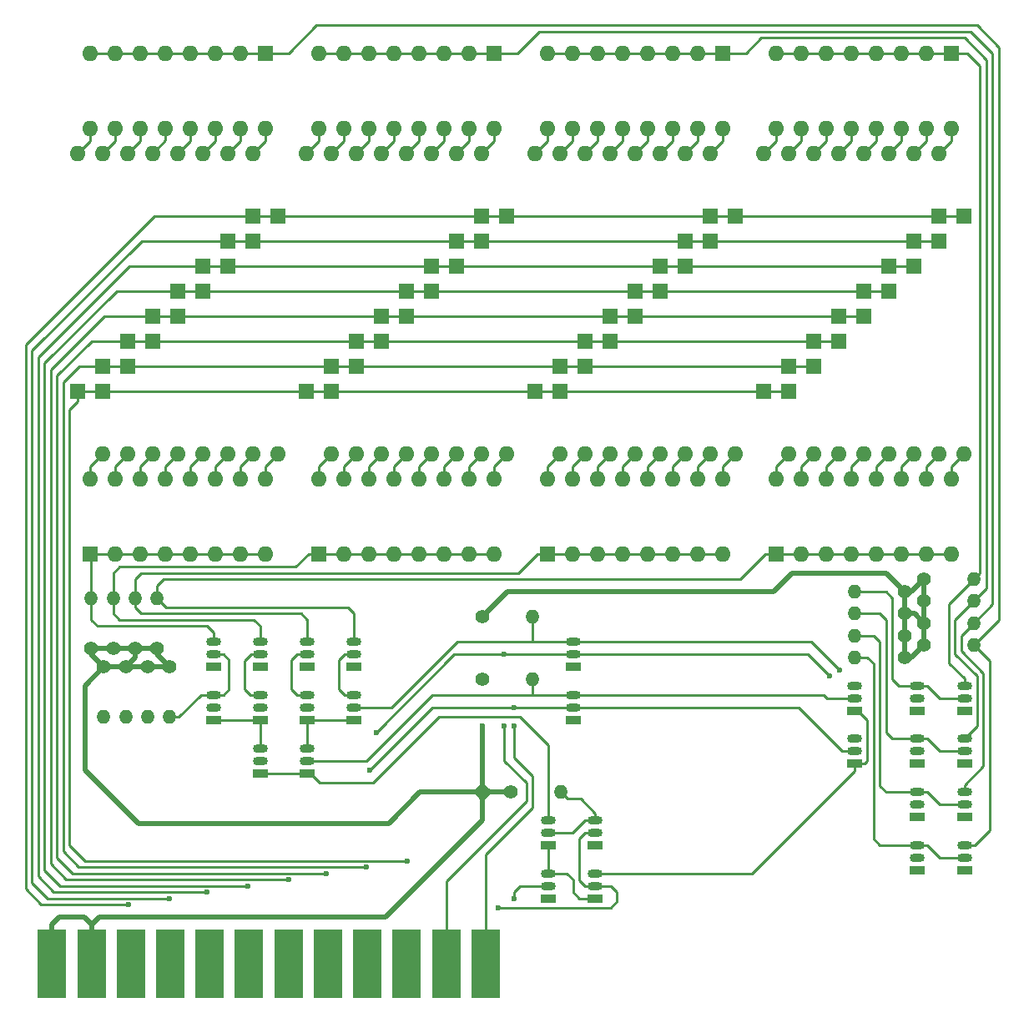
<source format=gbr>
G04 #@! TF.FileFunction,Copper,L1,Top,Signal*
%FSLAX46Y46*%
G04 Gerber Fmt 4.6, Leading zero omitted, Abs format (unit mm)*
G04 Created by KiCad (PCBNEW 4.0.7-e2-6376~61~ubuntu18.04.1) date Mon Aug 19 20:20:04 2019*
%MOMM*%
%LPD*%
G01*
G04 APERTURE LIST*
%ADD10C,0.100000*%
%ADD11R,1.600000X1.600000*%
%ADD12O,1.600000X1.600000*%
%ADD13R,3.000000X7.000000*%
%ADD14O,1.500000X0.900000*%
%ADD15R,1.500000X0.900000*%
%ADD16C,1.400000*%
%ADD17O,1.400000X1.400000*%
%ADD18C,0.600000*%
%ADD19C,0.250000*%
%ADD20C,0.500000*%
G04 APERTURE END LIST*
D10*
D11*
X48809258Y-69809666D03*
D12*
X66589258Y-62189666D03*
X51349258Y-69809666D03*
X64049258Y-62189666D03*
X53889258Y-69809666D03*
X61509258Y-62189666D03*
X56429258Y-69809666D03*
X58969258Y-62189666D03*
X58969258Y-69809666D03*
X56429258Y-62189666D03*
X61509258Y-69809666D03*
X53889258Y-62189666D03*
X64049258Y-69809666D03*
X51349258Y-62189666D03*
X66589258Y-69809666D03*
X48809258Y-62189666D03*
D11*
X66589258Y-19009666D03*
D12*
X48809258Y-26629666D03*
X64049258Y-19009666D03*
X51349258Y-26629666D03*
X61509258Y-19009666D03*
X53889258Y-26629666D03*
X58969258Y-19009666D03*
X56429258Y-26629666D03*
X56429258Y-19009666D03*
X58969258Y-26629666D03*
X53889258Y-19009666D03*
X61509258Y-26629666D03*
X51349258Y-19009666D03*
X64049258Y-26629666D03*
X48809258Y-19009666D03*
X66589258Y-26629666D03*
D11*
X134851758Y-35519666D03*
D12*
X134851758Y-29169666D03*
D11*
X132311758Y-38059666D03*
D12*
X132311758Y-29169666D03*
D11*
X129771758Y-40599666D03*
D12*
X129771758Y-29169666D03*
D11*
X127231758Y-43139666D03*
D12*
X127231758Y-29169666D03*
D11*
X124691758Y-45679666D03*
D12*
X124691758Y-29169666D03*
D11*
X122151758Y-48219666D03*
D12*
X122151758Y-29169666D03*
D11*
X119611758Y-50759666D03*
D12*
X119611758Y-29169666D03*
D11*
X117071758Y-53299666D03*
D12*
X117071758Y-29169666D03*
D11*
X111674258Y-35519666D03*
D12*
X111674258Y-29169666D03*
D11*
X109134258Y-38059666D03*
D12*
X109134258Y-29169666D03*
D11*
X106594258Y-40599666D03*
D12*
X106594258Y-29169666D03*
D11*
X104054258Y-43139666D03*
D12*
X104054258Y-29169666D03*
D11*
X101514258Y-45679666D03*
D12*
X101514258Y-29169666D03*
D11*
X98974258Y-48219666D03*
D12*
X98974258Y-29169666D03*
D11*
X96434258Y-50759666D03*
D12*
X96434258Y-29169666D03*
D11*
X93894258Y-53299666D03*
D12*
X93894258Y-29169666D03*
D11*
X88496758Y-35519666D03*
D12*
X88496758Y-29169666D03*
D11*
X85956758Y-38059666D03*
D12*
X85956758Y-29169666D03*
D11*
X83416758Y-40599666D03*
D12*
X83416758Y-29169666D03*
D11*
X80876758Y-43139666D03*
D12*
X80876758Y-29169666D03*
D11*
X78336758Y-45679666D03*
D12*
X78336758Y-29169666D03*
D11*
X75796758Y-48219666D03*
D12*
X75796758Y-29169666D03*
D11*
X73256758Y-50759666D03*
D12*
X73256758Y-29169666D03*
D11*
X70716758Y-53299666D03*
D12*
X70716758Y-29169666D03*
D11*
X65319258Y-35519666D03*
D12*
X65319258Y-29169666D03*
D11*
X62779258Y-38059666D03*
D12*
X62779258Y-29169666D03*
D11*
X60239258Y-40599666D03*
D12*
X60239258Y-29169666D03*
D11*
X57699258Y-43139666D03*
D12*
X57699258Y-29169666D03*
D11*
X55159258Y-45679666D03*
D12*
X55086757Y-29169666D03*
D11*
X52619258Y-48219666D03*
D12*
X52619258Y-29169666D03*
D11*
X50079258Y-50759666D03*
D12*
X50079258Y-29169666D03*
D11*
X47539258Y-53299666D03*
D12*
X47539258Y-29169666D03*
D11*
X119611758Y-53299666D03*
D12*
X119611758Y-59649666D03*
D11*
X122151758Y-50759666D03*
D12*
X122151758Y-59649666D03*
D11*
X124691758Y-48219666D03*
D12*
X124691758Y-59649666D03*
D11*
X127231758Y-45679666D03*
D12*
X127231758Y-59649666D03*
D11*
X129771758Y-43139666D03*
D12*
X129771758Y-59649666D03*
D11*
X132311758Y-40599666D03*
D12*
X132311758Y-59649666D03*
D11*
X134851758Y-38059666D03*
D12*
X134851758Y-59649666D03*
D11*
X137391758Y-35519666D03*
D12*
X137391758Y-59649666D03*
D11*
X96434258Y-53299666D03*
D12*
X96434258Y-59649666D03*
D11*
X98974258Y-50759666D03*
D12*
X98974258Y-59649666D03*
D11*
X101514258Y-48219666D03*
D12*
X101514258Y-59649666D03*
D11*
X104054258Y-45679666D03*
D12*
X104054258Y-59649666D03*
D11*
X106594258Y-43139666D03*
D12*
X106594258Y-59649666D03*
D11*
X109134258Y-40599666D03*
D12*
X109134258Y-59649666D03*
D11*
X111674258Y-38059666D03*
D12*
X111674258Y-59649666D03*
D11*
X114214258Y-35519666D03*
D12*
X114214258Y-59649666D03*
D11*
X73256758Y-53299666D03*
D12*
X73256758Y-59649666D03*
D11*
X75796758Y-50759666D03*
D12*
X75796758Y-59649666D03*
D11*
X78336758Y-48219666D03*
D12*
X78336758Y-59649666D03*
D11*
X80876758Y-45679666D03*
D12*
X80876758Y-59649666D03*
D11*
X83416758Y-43139666D03*
D12*
X83416758Y-59649666D03*
D11*
X85956758Y-40599666D03*
D12*
X85956758Y-59649666D03*
D11*
X88496758Y-38059666D03*
D12*
X88496758Y-59649666D03*
D11*
X91036758Y-35519666D03*
D12*
X91036758Y-59649666D03*
D11*
X50079258Y-53299666D03*
D12*
X50079258Y-59649666D03*
D11*
X52619258Y-50759666D03*
D12*
X52619258Y-59649666D03*
D11*
X55159258Y-48219666D03*
D12*
X55159258Y-59649666D03*
D11*
X57699258Y-45679666D03*
D12*
X57699258Y-59649666D03*
D11*
X60239258Y-43139666D03*
D12*
X60239258Y-59649666D03*
D11*
X62779258Y-40599666D03*
D12*
X62779258Y-59649666D03*
D11*
X65319258Y-38059666D03*
D12*
X65319258Y-59649666D03*
D11*
X67859258Y-35519666D03*
D12*
X67859258Y-59649666D03*
D13*
X44900000Y-111442500D03*
X48900000Y-111442500D03*
X52900000Y-111442500D03*
X56900000Y-111442500D03*
X60900000Y-111442500D03*
X64900000Y-111442500D03*
X68900000Y-111442500D03*
X72900000Y-111442500D03*
X76900000Y-111442500D03*
X80900000Y-111442500D03*
X84900000Y-111442500D03*
X88900000Y-111442500D03*
D14*
X132715000Y-84455000D03*
X132715000Y-83185000D03*
D15*
X132715000Y-85725000D03*
D14*
X75565000Y-85407500D03*
X75565000Y-84137500D03*
D15*
X75565000Y-86677500D03*
D14*
X132715000Y-89852500D03*
X132715000Y-88582500D03*
D15*
X132715000Y-91122500D03*
D14*
X70802500Y-85407500D03*
X70802500Y-84137500D03*
D15*
X70802500Y-86677500D03*
D14*
X126365000Y-84455000D03*
X126365000Y-83185000D03*
D15*
X126365000Y-85725000D03*
D14*
X70802500Y-90805000D03*
X70802500Y-89535000D03*
D15*
X70802500Y-92075000D03*
D14*
X132715000Y-95250000D03*
X132715000Y-93980000D03*
D15*
X132715000Y-96520000D03*
D14*
X66040000Y-85407500D03*
X66040000Y-84137500D03*
D15*
X66040000Y-86677500D03*
D14*
X97790000Y-80010000D03*
X97790000Y-78740000D03*
D15*
X97790000Y-81280000D03*
D14*
X132715000Y-100647500D03*
X132715000Y-99377500D03*
D15*
X132715000Y-101917500D03*
D14*
X61277500Y-85407500D03*
X61277500Y-84137500D03*
D15*
X61277500Y-86677500D03*
D14*
X126365000Y-89852500D03*
X126365000Y-88582500D03*
D15*
X126365000Y-91122500D03*
D14*
X66040000Y-90805000D03*
X66040000Y-89535000D03*
D15*
X66040000Y-92075000D03*
D14*
X100012500Y-103505000D03*
X100012500Y-102235000D03*
D15*
X100012500Y-104775000D03*
D14*
X95250000Y-98107500D03*
X95250000Y-96837500D03*
D15*
X95250000Y-99377500D03*
D14*
X97790000Y-85407500D03*
X97790000Y-84137500D03*
D15*
X97790000Y-86677500D03*
D14*
X95250000Y-103505000D03*
X95250000Y-102235000D03*
D15*
X95250000Y-104775000D03*
D14*
X100012500Y-98107500D03*
X100012500Y-96837500D03*
D15*
X100012500Y-99377500D03*
D14*
X137477500Y-84455000D03*
X137477500Y-83185000D03*
D15*
X137477500Y-85725000D03*
D14*
X137477500Y-89852500D03*
X137477500Y-88582500D03*
D15*
X137477500Y-91122500D03*
D14*
X137477500Y-95250000D03*
X137477500Y-93980000D03*
D15*
X137477500Y-96520000D03*
D14*
X137477500Y-100647500D03*
X137477500Y-99377500D03*
D15*
X137477500Y-101917500D03*
D14*
X75565000Y-80010000D03*
X75565000Y-78740000D03*
D15*
X75565000Y-81280000D03*
D14*
X70802500Y-80010000D03*
X70802500Y-78740000D03*
D15*
X70802500Y-81280000D03*
D14*
X66040000Y-80010000D03*
X66040000Y-78740000D03*
D15*
X66040000Y-81280000D03*
D14*
X61277500Y-80010000D03*
X61277500Y-78740000D03*
D15*
X61277500Y-81280000D03*
D16*
X131445000Y-73660000D03*
D17*
X126365000Y-73660000D03*
D16*
X50165000Y-81280000D03*
D17*
X50165000Y-86360000D03*
D16*
X131445000Y-75882500D03*
D17*
X126365000Y-75882500D03*
D16*
X52387500Y-81280000D03*
D17*
X52387500Y-86360000D03*
D16*
X131445000Y-78105000D03*
D17*
X126365000Y-78105000D03*
D16*
X54610000Y-81280000D03*
D17*
X54610000Y-86360000D03*
D16*
X88582500Y-76200000D03*
D17*
X93662500Y-76200000D03*
D16*
X131445000Y-80327500D03*
D17*
X126365000Y-80327500D03*
D16*
X56832500Y-81280000D03*
D17*
X56832500Y-86360000D03*
D16*
X88582500Y-82550000D03*
D17*
X93662500Y-82550000D03*
D16*
X91440000Y-93980000D03*
D17*
X96520000Y-93980000D03*
D16*
X133350000Y-72390000D03*
D17*
X138430000Y-72390000D03*
D16*
X133350000Y-74612500D03*
D17*
X138430000Y-74612500D03*
D16*
X133350000Y-76835000D03*
D17*
X138430000Y-76835000D03*
D16*
X133350000Y-79057500D03*
D17*
X138430000Y-79057500D03*
D16*
X55562500Y-79375000D03*
D17*
X55562500Y-74295000D03*
D16*
X53340000Y-79375000D03*
D17*
X53340000Y-74295000D03*
D16*
X51117500Y-79375000D03*
D17*
X51117500Y-74295000D03*
D16*
X48895000Y-79375000D03*
D17*
X48895000Y-74295000D03*
D11*
X136121758Y-19009666D03*
D12*
X118341758Y-26629666D03*
X133581758Y-19009666D03*
X120881758Y-26629666D03*
X131041758Y-19009666D03*
X123421758Y-26629666D03*
X128501758Y-19009666D03*
X125961758Y-26629666D03*
X125961758Y-19009666D03*
X128501758Y-26629666D03*
X123421758Y-19009666D03*
X131041758Y-26629666D03*
X120881758Y-19009666D03*
X133581758Y-26629666D03*
X118341758Y-19009666D03*
X136121758Y-26629666D03*
D11*
X112944258Y-19009666D03*
D12*
X95164258Y-26629666D03*
X110404258Y-19009666D03*
X97704258Y-26629666D03*
X107864258Y-19009666D03*
X100244258Y-26629666D03*
X105324258Y-19009666D03*
X102784258Y-26629666D03*
X102784258Y-19009666D03*
X105324258Y-26629666D03*
X100244258Y-19009666D03*
X107864258Y-26629666D03*
X97704258Y-19009666D03*
X110404258Y-26629666D03*
X95164258Y-19009666D03*
X112944258Y-26629666D03*
D11*
X89766758Y-19009666D03*
D12*
X71986758Y-26629666D03*
X87226758Y-19009666D03*
X74526758Y-26629666D03*
X84686758Y-19009666D03*
X77066758Y-26629666D03*
X82146758Y-19009666D03*
X79606758Y-26629666D03*
X79606758Y-19009666D03*
X82146758Y-26629666D03*
X77066758Y-19009666D03*
X84686758Y-26629666D03*
X74526758Y-19009666D03*
X87226758Y-26629666D03*
X71986758Y-19009666D03*
X89766758Y-26629666D03*
D11*
X118341758Y-69809666D03*
D12*
X136121758Y-62189666D03*
X120881758Y-69809666D03*
X133581758Y-62189666D03*
X123421758Y-69809666D03*
X131041758Y-62189666D03*
X125961758Y-69809666D03*
X128501758Y-62189666D03*
X128501758Y-69809666D03*
X125961758Y-62189666D03*
X131041758Y-69809666D03*
X123421758Y-62189666D03*
X133581758Y-69809666D03*
X120881758Y-62189666D03*
X136121758Y-69809666D03*
X118341758Y-62189666D03*
D11*
X95164258Y-69809666D03*
D12*
X112944258Y-62189666D03*
X97704258Y-69809666D03*
X110404258Y-62189666D03*
X100244258Y-69809666D03*
X107864258Y-62189666D03*
X102784258Y-69809666D03*
X105324258Y-62189666D03*
X105324258Y-69809666D03*
X102784258Y-62189666D03*
X107864258Y-69809666D03*
X100244258Y-62189666D03*
X110404258Y-69809666D03*
X97704258Y-62189666D03*
X112944258Y-69809666D03*
X95164258Y-62189666D03*
D11*
X71986758Y-69809666D03*
D12*
X89766758Y-62189666D03*
X74526758Y-69809666D03*
X87226758Y-62189666D03*
X77066758Y-69809666D03*
X84686758Y-62189666D03*
X79606758Y-69809666D03*
X82146758Y-62189666D03*
X82146758Y-69809666D03*
X79606758Y-62189666D03*
X84686758Y-69809666D03*
X77066758Y-62189666D03*
X87226758Y-69809666D03*
X74526758Y-62189666D03*
X89766758Y-69809666D03*
X71986758Y-62189666D03*
D18*
X52705000Y-105410000D03*
X56832500Y-104775000D03*
X60642500Y-104140000D03*
X64770000Y-103505000D03*
X88582500Y-89852500D03*
X88582500Y-88582500D03*
X88582500Y-87312500D03*
X90805000Y-87312500D03*
X90805000Y-80010000D03*
X123825000Y-82232500D03*
X77787500Y-87947500D03*
X91757500Y-87312500D03*
X91757500Y-85407500D03*
X77152500Y-91757500D03*
X90170000Y-105727500D03*
X91757500Y-104775000D03*
X124777500Y-81597500D03*
X68897500Y-102870000D03*
X72707500Y-102235000D03*
X76835000Y-101600000D03*
X80962500Y-100965000D03*
D19*
X42227500Y-103822500D02*
X43815000Y-105410000D01*
X43815000Y-105410000D02*
X52705000Y-105410000D01*
X42227500Y-55562500D02*
X42227500Y-103822500D01*
X42227500Y-48577500D02*
X42227500Y-55562500D01*
X55285334Y-35519666D02*
X42227500Y-48577500D01*
X65319258Y-35519666D02*
X55285334Y-35519666D01*
X134851758Y-35519666D02*
X135901758Y-35519666D01*
X135901758Y-35519666D02*
X137391758Y-35519666D01*
X114214258Y-35519666D02*
X134851758Y-35519666D01*
X111674258Y-35519666D02*
X91036758Y-35519666D01*
X114214258Y-35519666D02*
X111674258Y-35519666D01*
X67859258Y-35519666D02*
X66809258Y-35519666D01*
X66809258Y-35519666D02*
X65319258Y-35519666D01*
X88496758Y-35519666D02*
X67859258Y-35519666D01*
X91036758Y-35519666D02*
X88496758Y-35519666D01*
X136121758Y-26629666D02*
X136121758Y-27899666D01*
X136121758Y-27899666D02*
X134851758Y-29169666D01*
X44450000Y-104775000D02*
X56832500Y-104775000D01*
X42862500Y-103187500D02*
X44450000Y-104775000D01*
X42862500Y-101917500D02*
X42862500Y-103187500D01*
X42862500Y-55562500D02*
X42862500Y-101917500D01*
X42862500Y-49212500D02*
X42862500Y-55562500D01*
X54015334Y-38059666D02*
X42862500Y-49212500D01*
X62779258Y-38059666D02*
X54015334Y-38059666D01*
X132311758Y-38059666D02*
X131261758Y-38059666D01*
X131261758Y-38059666D02*
X111674258Y-38059666D01*
X134851758Y-38059666D02*
X133801758Y-38059666D01*
X133801758Y-38059666D02*
X132311758Y-38059666D01*
X109134258Y-38059666D02*
X88496758Y-38059666D01*
X111674258Y-38059666D02*
X109134258Y-38059666D01*
X85956758Y-38059666D02*
X87006758Y-38059666D01*
X87006758Y-38059666D02*
X88496758Y-38059666D01*
X65319258Y-38059666D02*
X85956758Y-38059666D01*
X62779258Y-38059666D02*
X63829258Y-38059666D01*
X63829258Y-38059666D02*
X65319258Y-38059666D01*
X133581758Y-26629666D02*
X133581758Y-27899666D01*
X133581758Y-27899666D02*
X132311758Y-29169666D01*
X43497500Y-102552500D02*
X45085000Y-104140000D01*
X45085000Y-104140000D02*
X60642500Y-104140000D01*
X43497500Y-101917500D02*
X43497500Y-102552500D01*
X43497500Y-55562500D02*
X43497500Y-101917500D01*
X43497500Y-49847500D02*
X43497500Y-55562500D01*
X52745334Y-40599666D02*
X43497500Y-49847500D01*
X60239258Y-40599666D02*
X52745334Y-40599666D01*
X129771758Y-40599666D02*
X130821758Y-40599666D01*
X130821758Y-40599666D02*
X132311758Y-40599666D01*
X109134258Y-40599666D02*
X129771758Y-40599666D01*
X106594258Y-40599666D02*
X85956758Y-40599666D01*
X109134258Y-40599666D02*
X106594258Y-40599666D01*
X62779258Y-40599666D02*
X61729258Y-40599666D01*
X61729258Y-40599666D02*
X60239258Y-40599666D01*
X83416758Y-40599666D02*
X62779258Y-40599666D01*
X85956758Y-40599666D02*
X83416758Y-40599666D01*
X131041758Y-26629666D02*
X131041758Y-27899666D01*
X131041758Y-27899666D02*
X129771758Y-29169666D01*
X44132500Y-101917500D02*
X45720000Y-103505000D01*
X45720000Y-103505000D02*
X64770000Y-103505000D01*
X44132500Y-55562500D02*
X44132500Y-101917500D01*
X44132500Y-50482500D02*
X44132500Y-55562500D01*
X51475334Y-43139666D02*
X44132500Y-50482500D01*
X57699258Y-43139666D02*
X51475334Y-43139666D01*
X127231758Y-43139666D02*
X106594258Y-43139666D01*
X129771758Y-43139666D02*
X128721758Y-43139666D01*
X128721758Y-43139666D02*
X127231758Y-43139666D01*
X104054258Y-43139666D02*
X103004258Y-43139666D01*
X103004258Y-43139666D02*
X83416758Y-43139666D01*
X106594258Y-43139666D02*
X105544258Y-43139666D01*
X105544258Y-43139666D02*
X104054258Y-43139666D01*
X60239258Y-43139666D02*
X57699258Y-43139666D01*
X80876758Y-43139666D02*
X60239258Y-43139666D01*
X83416758Y-43139666D02*
X80876758Y-43139666D01*
X128501758Y-26629666D02*
X128501758Y-27899666D01*
X128501758Y-27899666D02*
X127231758Y-29169666D01*
X125961758Y-26629666D02*
X125961758Y-27899666D01*
X125961758Y-27899666D02*
X124691758Y-29169666D01*
X123421758Y-26629666D02*
X123421758Y-27899666D01*
X123421758Y-27899666D02*
X122151758Y-29169666D01*
X120881758Y-26629666D02*
X120881758Y-27899666D01*
X120881758Y-27899666D02*
X119611758Y-29169666D01*
X118341758Y-26629666D02*
X118341758Y-27899666D01*
X118341758Y-27899666D02*
X117071758Y-29169666D01*
X112944258Y-26629666D02*
X112944258Y-27899666D01*
X112944258Y-27899666D02*
X111674258Y-29169666D01*
X110404258Y-26629666D02*
X110404258Y-27899666D01*
X110404258Y-27899666D02*
X109134258Y-29169666D01*
X107864258Y-26629666D02*
X107864258Y-27899666D01*
X107864258Y-27899666D02*
X106594258Y-29169666D01*
X105324258Y-26629666D02*
X105324258Y-27899666D01*
X105324258Y-27899666D02*
X104054258Y-29169666D01*
X102784258Y-26629666D02*
X102784258Y-27899666D01*
X102784258Y-27899666D02*
X101514258Y-29169666D01*
X100244258Y-26629666D02*
X100244258Y-27899666D01*
X100244258Y-27899666D02*
X98974258Y-29169666D01*
X97704258Y-26629666D02*
X97704258Y-27899666D01*
X97704258Y-27899666D02*
X96434258Y-29169666D01*
X95164258Y-26629666D02*
X95164258Y-27899666D01*
X95164258Y-27899666D02*
X93894258Y-29169666D01*
X89766758Y-26629666D02*
X89766758Y-27899666D01*
X89766758Y-27899666D02*
X88496758Y-29169666D01*
X87226758Y-26629666D02*
X87226758Y-27899666D01*
X87226758Y-27899666D02*
X85956758Y-29169666D01*
X84686758Y-26629666D02*
X84686758Y-27899666D01*
X84686758Y-27899666D02*
X83416758Y-29169666D01*
X82146758Y-26629666D02*
X82146758Y-27899666D01*
X82146758Y-27899666D02*
X80876758Y-29169666D01*
X79606758Y-26629666D02*
X79606758Y-27899666D01*
X79606758Y-27899666D02*
X78336758Y-29169666D01*
X77066758Y-26629666D02*
X77066758Y-27899666D01*
X77066758Y-27899666D02*
X75796758Y-29169666D01*
X74526758Y-26629666D02*
X74526758Y-27899666D01*
X74526758Y-27899666D02*
X73256758Y-29169666D01*
X71986758Y-26629666D02*
X71986758Y-27899666D01*
X71986758Y-27899666D02*
X70716758Y-29169666D01*
X66589258Y-26629666D02*
X66589258Y-27899666D01*
X66589258Y-27899666D02*
X65319258Y-29169666D01*
X64049258Y-26629666D02*
X64049258Y-27899666D01*
X64049258Y-27899666D02*
X62779258Y-29169666D01*
X61509258Y-26629666D02*
X61509258Y-27899666D01*
X61509258Y-27899666D02*
X60239258Y-29169666D01*
X58969258Y-26629666D02*
X58969258Y-27899666D01*
X58969258Y-27899666D02*
X57699258Y-29169666D01*
X56429258Y-26629666D02*
X56429258Y-27827165D01*
X56429258Y-27827165D02*
X55086757Y-29169666D01*
X53889258Y-26629666D02*
X53889258Y-27899666D01*
X53889258Y-27899666D02*
X52619258Y-29169666D01*
X51349258Y-26629666D02*
X51349258Y-27899666D01*
X51349258Y-27899666D02*
X50079258Y-29169666D01*
X48809258Y-26629666D02*
X48809258Y-27899666D01*
X48809258Y-27899666D02*
X47539258Y-29169666D01*
X118341758Y-62189666D02*
X118341758Y-60919666D01*
X118341758Y-60919666D02*
X119611758Y-59649666D01*
X120881758Y-62189666D02*
X120881758Y-60919666D01*
X120881758Y-60919666D02*
X122151758Y-59649666D01*
X123421758Y-62189666D02*
X123421758Y-60919666D01*
X123421758Y-60919666D02*
X124691758Y-59649666D01*
X125961758Y-62189666D02*
X125961758Y-60919666D01*
X125961758Y-60919666D02*
X127231758Y-59649666D01*
X128501758Y-62189666D02*
X128501758Y-60919666D01*
X128501758Y-60919666D02*
X129771758Y-59649666D01*
X131041758Y-62189666D02*
X131041758Y-60919666D01*
X131041758Y-60919666D02*
X132311758Y-59649666D01*
X133581758Y-62189666D02*
X133581758Y-60919666D01*
X133581758Y-60919666D02*
X134851758Y-59649666D01*
X136121758Y-62189666D02*
X136121758Y-60919666D01*
X136121758Y-60919666D02*
X137391758Y-59649666D01*
X95164258Y-62189666D02*
X95164258Y-60919666D01*
X95164258Y-60919666D02*
X96434258Y-59649666D01*
X97704258Y-62189666D02*
X97704258Y-60919666D01*
X97704258Y-60919666D02*
X98974258Y-59649666D01*
X100244258Y-62189666D02*
X100244258Y-60919666D01*
X100244258Y-60919666D02*
X101514258Y-59649666D01*
X102784258Y-62189666D02*
X102784258Y-60919666D01*
X102784258Y-60919666D02*
X104054258Y-59649666D01*
X105324258Y-62189666D02*
X105324258Y-60919666D01*
X105324258Y-60919666D02*
X106594258Y-59649666D01*
X107864258Y-62189666D02*
X107864258Y-60919666D01*
X107864258Y-60919666D02*
X109134258Y-59649666D01*
X110404258Y-62189666D02*
X110404258Y-60919666D01*
X110404258Y-60919666D02*
X111674258Y-59649666D01*
X112944258Y-62189666D02*
X112944258Y-60919666D01*
X112944258Y-60919666D02*
X114214258Y-59649666D01*
X71986758Y-62189666D02*
X71986758Y-60919666D01*
X71986758Y-60919666D02*
X73256758Y-59649666D01*
X74526758Y-62189666D02*
X74526758Y-60919666D01*
X74526758Y-60919666D02*
X75796758Y-59649666D01*
X77066758Y-62189666D02*
X77066758Y-60919666D01*
X77066758Y-60919666D02*
X78336758Y-59649666D01*
X79606758Y-62189666D02*
X79606758Y-60919666D01*
X79606758Y-60919666D02*
X80876758Y-59649666D01*
X82146758Y-62189666D02*
X82146758Y-60919666D01*
X82146758Y-60919666D02*
X83416758Y-59649666D01*
X84686758Y-62189666D02*
X84686758Y-60919666D01*
X84686758Y-60919666D02*
X85956758Y-59649666D01*
X87226758Y-62189666D02*
X87226758Y-60919666D01*
X87226758Y-60919666D02*
X88496758Y-59649666D01*
X89766758Y-62189666D02*
X89766758Y-60919666D01*
X89766758Y-60919666D02*
X91036758Y-59649666D01*
X48809258Y-62189666D02*
X48809258Y-60919666D01*
X48809258Y-60919666D02*
X50079258Y-59649666D01*
X51349258Y-62189666D02*
X51349258Y-60919666D01*
X51349258Y-60919666D02*
X52619258Y-59649666D01*
X53889258Y-62189666D02*
X53889258Y-60919666D01*
X53889258Y-60919666D02*
X55159258Y-59649666D01*
X56429258Y-62189666D02*
X56429258Y-60919666D01*
X56429258Y-60919666D02*
X57699258Y-59649666D01*
X58969258Y-62189666D02*
X58969258Y-60919666D01*
X58969258Y-60919666D02*
X60239258Y-59649666D01*
X61509258Y-62189666D02*
X61509258Y-60919666D01*
X61509258Y-60919666D02*
X62779258Y-59649666D01*
X64049258Y-62189666D02*
X64049258Y-60919666D01*
X64049258Y-60919666D02*
X65319258Y-59649666D01*
X66589258Y-62189666D02*
X66589258Y-60919666D01*
X66589258Y-60919666D02*
X67859258Y-59649666D01*
D20*
X88582500Y-93345000D02*
X89217500Y-93980000D01*
X88582500Y-91122500D02*
X88582500Y-93345000D01*
X88582500Y-93345000D02*
X88582500Y-93980000D01*
X87947500Y-93980000D02*
X88582500Y-93345000D01*
X87947500Y-93980000D02*
X82232500Y-93980000D01*
X87947500Y-93980000D02*
X88582500Y-94615000D01*
X88582500Y-93980000D02*
X87947500Y-93980000D01*
X89217500Y-93980000D02*
X88582500Y-93980000D01*
X91440000Y-93980000D02*
X89217500Y-93980000D01*
X88582500Y-93980000D02*
X88582500Y-94615000D01*
X88582500Y-94615000D02*
X88582500Y-96837500D01*
X89217500Y-93980000D02*
X88582500Y-94615000D01*
X88582500Y-96837500D02*
X78740000Y-106680000D01*
X45662500Y-106680000D02*
X48137500Y-106680000D01*
X48137500Y-106680000D02*
X48900000Y-107442500D01*
X44900000Y-111442500D02*
X44900000Y-107442500D01*
X44900000Y-107442500D02*
X45662500Y-106680000D01*
X88582500Y-76200000D02*
X91122500Y-73660000D01*
X91122500Y-73660000D02*
X118110000Y-73660000D01*
X118110000Y-73660000D02*
X120015000Y-71755000D01*
X120015000Y-71755000D02*
X129540000Y-71755000D01*
X129540000Y-71755000D02*
X131445000Y-73660000D01*
X55562500Y-79375000D02*
X55562500Y-80010000D01*
X55562500Y-80010000D02*
X56832500Y-81280000D01*
X53340000Y-79375000D02*
X53340000Y-80327500D01*
X53340000Y-80327500D02*
X52387500Y-81280000D01*
X50165000Y-81280000D02*
X52387500Y-81280000D01*
X54610000Y-81280000D02*
X52387500Y-81280000D01*
X56832500Y-81280000D02*
X54610000Y-81280000D01*
X53340000Y-79375000D02*
X55562500Y-79375000D01*
X51117500Y-79375000D02*
X53340000Y-79375000D01*
X48895000Y-79375000D02*
X51117500Y-79375000D01*
X48895000Y-79375000D02*
X48895000Y-80010000D01*
X48895000Y-80010000D02*
X50165000Y-81280000D01*
X48260000Y-91757500D02*
X48260000Y-83185000D01*
X48260000Y-83185000D02*
X50165000Y-81280000D01*
X79057500Y-97155000D02*
X53657500Y-97155000D01*
X53657500Y-97155000D02*
X48260000Y-91757500D01*
X82232500Y-93980000D02*
X79057500Y-97155000D01*
X78740000Y-106680000D02*
X49662500Y-106680000D01*
X49662500Y-106680000D02*
X48900000Y-107442500D01*
X48900000Y-107442500D02*
X48900000Y-111442500D01*
X88582500Y-89852500D02*
X88582500Y-91122500D01*
X88582500Y-88582500D02*
X88582500Y-87947500D01*
X88582500Y-87312500D02*
X88582500Y-87947500D01*
X88582500Y-88582500D02*
X88582500Y-89852500D01*
X131445000Y-75882500D02*
X132397500Y-75882500D01*
X132397500Y-75882500D02*
X133350000Y-76835000D01*
X131445000Y-73660000D02*
X132080000Y-73660000D01*
X132080000Y-73660000D02*
X133350000Y-72390000D01*
X131445000Y-80327500D02*
X132080000Y-80327500D01*
X132080000Y-80327500D02*
X133350000Y-79057500D01*
X131445000Y-75882500D02*
X131445000Y-73660000D01*
X131445000Y-78105000D02*
X131445000Y-75882500D01*
X131445000Y-80327500D02*
X131445000Y-78105000D01*
X133350000Y-76835000D02*
X133350000Y-79057500D01*
X133350000Y-74612500D02*
X133350000Y-76835000D01*
X133350000Y-72390000D02*
X133350000Y-74612500D01*
D19*
X90805000Y-90805000D02*
X90805000Y-87312500D01*
X93027500Y-93027500D02*
X90805000Y-90805000D01*
X93027500Y-94932500D02*
X93027500Y-93027500D01*
X84900000Y-103060000D02*
X93027500Y-94932500D01*
X84900000Y-111442500D02*
X84900000Y-103060000D01*
X90805000Y-80010000D02*
X85725000Y-80010000D01*
X97790000Y-80010000D02*
X90805000Y-80010000D01*
X123825000Y-82232500D02*
X121602500Y-80010000D01*
X121602500Y-80010000D02*
X97790000Y-80010000D01*
X85725000Y-80010000D02*
X77787500Y-87947500D01*
X93662500Y-92392500D02*
X91757500Y-90487500D01*
X91757500Y-90487500D02*
X91757500Y-87312500D01*
X93662500Y-95567500D02*
X93662500Y-92392500D01*
X88900000Y-100330000D02*
X93662500Y-95567500D01*
X88900000Y-111442500D02*
X88900000Y-100330000D01*
X91757500Y-85407500D02*
X97790000Y-85407500D01*
X83502500Y-85407500D02*
X91757500Y-85407500D01*
X126365000Y-89852500D02*
X125095000Y-89852500D01*
X125095000Y-89852500D02*
X120650000Y-85407500D01*
X120650000Y-85407500D02*
X97790000Y-85407500D01*
X77152500Y-91757500D02*
X83502500Y-85407500D01*
X101600000Y-103505000D02*
X100012500Y-103505000D01*
X102235000Y-104140000D02*
X101600000Y-103505000D01*
X102235000Y-105092500D02*
X102235000Y-104140000D01*
X101600000Y-105727500D02*
X102235000Y-105092500D01*
X90170000Y-105727500D02*
X101600000Y-105727500D01*
X100012500Y-98107500D02*
X99012500Y-98107500D01*
X99012500Y-98107500D02*
X98425000Y-98695000D01*
X98425000Y-98695000D02*
X98425000Y-102917500D01*
X98425000Y-102917500D02*
X99012500Y-103505000D01*
X99012500Y-103505000D02*
X100012500Y-103505000D01*
X91757500Y-104140000D02*
X92392500Y-103505000D01*
X92392500Y-103505000D02*
X95250000Y-103505000D01*
X91757500Y-104775000D02*
X91757500Y-104140000D01*
X86042500Y-78740000D02*
X93662500Y-78740000D01*
X93662500Y-78740000D02*
X97790000Y-78740000D01*
X93662500Y-76200000D02*
X93662500Y-78740000D01*
X97790000Y-78740000D02*
X121920000Y-78740000D01*
X121920000Y-78740000D02*
X124777500Y-81597500D01*
X79375000Y-85407500D02*
X86042500Y-78740000D01*
X75565000Y-85407500D02*
X79375000Y-85407500D01*
X126365000Y-73660000D02*
X129540000Y-73660000D01*
X129540000Y-73660000D02*
X130175000Y-74295000D01*
X130175000Y-74295000D02*
X130175000Y-82550000D01*
X130175000Y-82550000D02*
X130810000Y-83185000D01*
X130810000Y-83185000D02*
X132715000Y-83185000D01*
X132715000Y-83185000D02*
X133715000Y-83185000D01*
X133715000Y-83185000D02*
X134985000Y-84455000D01*
X134985000Y-84455000D02*
X136477500Y-84455000D01*
X136477500Y-84455000D02*
X137477500Y-84455000D01*
X75565000Y-84137500D02*
X74565000Y-84137500D01*
X73977500Y-80597500D02*
X74565000Y-80010000D01*
X74565000Y-84137500D02*
X73977500Y-83550000D01*
X73977500Y-83550000D02*
X73977500Y-80597500D01*
X74565000Y-80010000D02*
X75565000Y-80010000D01*
X70802500Y-86677500D02*
X75565000Y-86677500D01*
X70802500Y-86677500D02*
X70802500Y-89535000D01*
X129540000Y-87947500D02*
X130175000Y-88582500D01*
X130175000Y-88582500D02*
X132715000Y-88582500D01*
X129540000Y-76517500D02*
X129540000Y-87947500D01*
X128905000Y-75882500D02*
X129540000Y-76517500D01*
X126365000Y-75882500D02*
X128905000Y-75882500D01*
X132715000Y-88582500D02*
X133715000Y-88582500D01*
X133715000Y-88582500D02*
X134985000Y-89852500D01*
X134985000Y-89852500D02*
X136477500Y-89852500D01*
X136477500Y-89852500D02*
X137477500Y-89852500D01*
X70802500Y-80010000D02*
X69802500Y-80010000D01*
X69802500Y-80010000D02*
X69215000Y-80597500D01*
X69215000Y-80597500D02*
X69215000Y-83550000D01*
X69215000Y-83550000D02*
X69802500Y-84137500D01*
X69802500Y-84137500D02*
X70802500Y-84137500D01*
X83502500Y-84137500D02*
X93662500Y-84137500D01*
X123190000Y-84137500D02*
X123507500Y-84455000D01*
X123507500Y-84455000D02*
X126365000Y-84455000D01*
X97790000Y-84137500D02*
X123190000Y-84137500D01*
X93662500Y-84137500D02*
X97790000Y-84137500D01*
X93662500Y-82550000D02*
X93662500Y-84137500D01*
X76835000Y-90805000D02*
X83502500Y-84137500D01*
X70802500Y-90805000D02*
X76835000Y-90805000D01*
X126365000Y-91122500D02*
X126365000Y-91822500D01*
X126365000Y-91822500D02*
X115952500Y-102235000D01*
X115952500Y-102235000D02*
X101012500Y-102235000D01*
X101012500Y-102235000D02*
X100012500Y-102235000D01*
X126365000Y-85725000D02*
X126665000Y-85725000D01*
X126665000Y-85725000D02*
X127635000Y-86695000D01*
X127635000Y-86695000D02*
X127635000Y-90852500D01*
X127635000Y-90852500D02*
X127365000Y-91122500D01*
X127365000Y-91122500D02*
X126365000Y-91122500D01*
X70802500Y-92075000D02*
X71102500Y-92075000D01*
X71102500Y-92075000D02*
X72055000Y-93027500D01*
X72055000Y-93027500D02*
X77470000Y-93027500D01*
X77470000Y-93027500D02*
X84137500Y-86360000D01*
X84137500Y-86360000D02*
X92392500Y-86360000D01*
X92392500Y-86360000D02*
X95250000Y-89217500D01*
X95250000Y-89217500D02*
X95250000Y-96837500D01*
X66040000Y-92075000D02*
X67040000Y-92075000D01*
X67040000Y-92075000D02*
X70802500Y-92075000D01*
X128905000Y-93345000D02*
X129540000Y-93980000D01*
X129540000Y-93980000D02*
X132715000Y-93980000D01*
X128905000Y-78740000D02*
X128905000Y-93345000D01*
X128270000Y-78105000D02*
X128905000Y-78740000D01*
X126365000Y-78105000D02*
X128270000Y-78105000D01*
X132715000Y-93980000D02*
X133715000Y-93980000D01*
X133715000Y-93980000D02*
X134985000Y-95250000D01*
X134985000Y-95250000D02*
X136477500Y-95250000D01*
X136477500Y-95250000D02*
X137477500Y-95250000D01*
X66040000Y-80010000D02*
X65087500Y-80010000D01*
X65087500Y-80010000D02*
X64452500Y-80645000D01*
X64452500Y-80645000D02*
X64452500Y-83550000D01*
X64452500Y-83550000D02*
X65040000Y-84137500D01*
X65040000Y-84137500D02*
X66040000Y-84137500D01*
X66040000Y-86677500D02*
X66040000Y-87377500D01*
X66040000Y-87377500D02*
X66040000Y-89535000D01*
X61277500Y-86677500D02*
X62277500Y-86677500D01*
X62277500Y-86677500D02*
X66040000Y-86677500D01*
X128270000Y-98742500D02*
X128905000Y-99377500D01*
X128905000Y-99377500D02*
X132715000Y-99377500D01*
X128270000Y-80962500D02*
X128270000Y-98742500D01*
X127635000Y-80327500D02*
X128270000Y-80962500D01*
X126365000Y-80327500D02*
X127635000Y-80327500D01*
X132715000Y-99377500D02*
X133715000Y-99377500D01*
X133715000Y-99377500D02*
X134985000Y-100647500D01*
X134985000Y-100647500D02*
X136477500Y-100647500D01*
X136477500Y-100647500D02*
X137477500Y-100647500D01*
X62865000Y-83550000D02*
X62865000Y-80597500D01*
X62865000Y-80597500D02*
X62277500Y-80010000D01*
X62277500Y-80010000D02*
X61277500Y-80010000D01*
X61277500Y-84137500D02*
X62277500Y-84137500D01*
X62277500Y-84137500D02*
X62865000Y-83550000D01*
X61277500Y-84137500D02*
X60007500Y-84137500D01*
X60007500Y-84137500D02*
X57785000Y-86360000D01*
X57785000Y-86360000D02*
X56832500Y-86360000D01*
X95250000Y-99377500D02*
X95250000Y-102235000D01*
X95250000Y-102235000D02*
X97155000Y-102235000D01*
X97155000Y-102235000D02*
X97790000Y-102870000D01*
X97790000Y-102870000D02*
X97790000Y-104140000D01*
X97790000Y-104140000D02*
X98425000Y-104775000D01*
X98425000Y-104775000D02*
X100012500Y-104775000D01*
X96520000Y-93980000D02*
X97219999Y-94679999D01*
X97219999Y-94679999D02*
X98554999Y-94679999D01*
X98554999Y-94679999D02*
X100012500Y-96137500D01*
X100012500Y-96137500D02*
X100012500Y-96837500D01*
X100012500Y-96837500D02*
X99012500Y-96837500D01*
X99012500Y-96837500D02*
X97742500Y-98107500D01*
X97742500Y-98107500D02*
X96250000Y-98107500D01*
X96250000Y-98107500D02*
X95250000Y-98107500D01*
X138430000Y-72390000D02*
X135890000Y-74930000D01*
X135890000Y-74930000D02*
X135890000Y-80897500D01*
X135890000Y-80897500D02*
X137477500Y-82485000D01*
X137477500Y-82485000D02*
X137477500Y-83185000D01*
X136121758Y-19009666D02*
X137754666Y-19009666D01*
X137754666Y-19009666D02*
X139065000Y-20320000D01*
X139065000Y-20320000D02*
X139065000Y-71755000D01*
X139065000Y-71755000D02*
X138430000Y-72390000D01*
X120881758Y-19009666D02*
X119750388Y-19009666D01*
X119750388Y-19009666D02*
X118341758Y-19009666D01*
X123421758Y-19009666D02*
X120881758Y-19009666D01*
X125961758Y-19009666D02*
X124830388Y-19009666D01*
X124830388Y-19009666D02*
X123421758Y-19009666D01*
X128501758Y-19009666D02*
X125961758Y-19009666D01*
X131041758Y-19009666D02*
X128501758Y-19009666D01*
X131041758Y-19009666D02*
X132173128Y-19009666D01*
X132173128Y-19009666D02*
X133581758Y-19009666D01*
X136121758Y-19009666D02*
X135071758Y-19009666D01*
X135071758Y-19009666D02*
X133581758Y-19009666D01*
X138430000Y-74612500D02*
X136525000Y-76517500D01*
X136525000Y-76517500D02*
X136525000Y-80010000D01*
X138747500Y-87312500D02*
X137477500Y-88582500D01*
X136525000Y-80010000D02*
X138747500Y-82232500D01*
X138747500Y-82232500D02*
X138747500Y-87312500D01*
X112944258Y-19009666D02*
X115292834Y-19009666D01*
X116840000Y-17462500D02*
X137477500Y-17462500D01*
X115292834Y-19009666D02*
X116840000Y-17462500D01*
X139700000Y-73342500D02*
X138430000Y-74612500D01*
X137477500Y-17462500D02*
X139700000Y-19685000D01*
X139700000Y-19685000D02*
X139700000Y-73342500D01*
X97704258Y-19009666D02*
X95164258Y-19009666D01*
X100244258Y-19009666D02*
X99112888Y-19009666D01*
X99112888Y-19009666D02*
X97704258Y-19009666D01*
X102784258Y-19009666D02*
X100244258Y-19009666D01*
X105324258Y-19009666D02*
X102784258Y-19009666D01*
X107864258Y-19009666D02*
X105324258Y-19009666D01*
X110404258Y-19009666D02*
X109272888Y-19009666D01*
X109272888Y-19009666D02*
X107864258Y-19009666D01*
X112944258Y-19009666D02*
X110404258Y-19009666D01*
X138430000Y-76835000D02*
X137160000Y-78105000D01*
X139382500Y-91375000D02*
X137477500Y-93280000D01*
X137160000Y-78105000D02*
X137160000Y-79692500D01*
X137160000Y-79692500D02*
X139382500Y-81915000D01*
X139382500Y-81915000D02*
X139382500Y-91375000D01*
X137477500Y-93280000D02*
X137477500Y-93980000D01*
X89766758Y-19009666D02*
X92115334Y-19009666D01*
X92115334Y-19009666D02*
X94297500Y-16827500D01*
X94297500Y-16827500D02*
X138112500Y-16827500D01*
X138112500Y-16827500D02*
X140335000Y-19050000D01*
X140335000Y-19050000D02*
X140335000Y-74930000D01*
X140335000Y-74930000D02*
X138430000Y-76835000D01*
X74526758Y-19009666D02*
X71986758Y-19009666D01*
X77066758Y-19009666D02*
X74526758Y-19009666D01*
X79606758Y-19009666D02*
X77066758Y-19009666D01*
X82146758Y-19009666D02*
X79606758Y-19009666D01*
X84686758Y-19009666D02*
X82146758Y-19009666D01*
X87226758Y-19009666D02*
X86095388Y-19009666D01*
X86095388Y-19009666D02*
X84686758Y-19009666D01*
X89766758Y-19009666D02*
X88716758Y-19009666D01*
X88716758Y-19009666D02*
X87226758Y-19009666D01*
X140017500Y-97837500D02*
X140017500Y-80645000D01*
X140017500Y-80645000D02*
X138430000Y-79057500D01*
X137477500Y-99377500D02*
X138477500Y-99377500D01*
X138477500Y-99377500D02*
X140017500Y-97837500D01*
X66589258Y-19009666D02*
X68937834Y-19009666D01*
X140970000Y-18415000D02*
X140970000Y-76517500D01*
X68937834Y-19009666D02*
X71755000Y-16192500D01*
X138747500Y-16192500D02*
X140970000Y-18415000D01*
X71755000Y-16192500D02*
X138747500Y-16192500D01*
X140970000Y-76517500D02*
X138430000Y-79057500D01*
X51349258Y-19009666D02*
X48809258Y-19009666D01*
X53889258Y-19009666D02*
X52757888Y-19009666D01*
X52757888Y-19009666D02*
X51349258Y-19009666D01*
X56429258Y-19009666D02*
X53889258Y-19009666D01*
X58969258Y-19009666D02*
X56429258Y-19009666D01*
X61509258Y-19009666D02*
X60377888Y-19009666D01*
X60377888Y-19009666D02*
X58969258Y-19009666D01*
X64049258Y-19009666D02*
X61509258Y-19009666D01*
X66589258Y-19009666D02*
X65539258Y-19009666D01*
X65539258Y-19009666D02*
X64049258Y-19009666D01*
X55562500Y-74295000D02*
X56515000Y-75247500D01*
X56515000Y-75247500D02*
X74930000Y-75247500D01*
X74930000Y-75247500D02*
X75565000Y-75882500D01*
X75565000Y-75882500D02*
X75565000Y-78740000D01*
X56197500Y-72390000D02*
X114711424Y-72390000D01*
X114711424Y-72390000D02*
X117291758Y-69809666D01*
X117291758Y-69809666D02*
X118341758Y-69809666D01*
X55562500Y-73025000D02*
X56197500Y-72390000D01*
X55562500Y-74295000D02*
X55562500Y-73025000D01*
X120881758Y-69809666D02*
X118341758Y-69809666D01*
X123421758Y-69809666D02*
X120881758Y-69809666D01*
X123421758Y-69809666D02*
X124553128Y-69809666D01*
X124553128Y-69809666D02*
X125961758Y-69809666D01*
X125961758Y-69809666D02*
X128501758Y-69809666D01*
X131041758Y-69809666D02*
X129910388Y-69809666D01*
X129910388Y-69809666D02*
X128501758Y-69809666D01*
X133581758Y-69809666D02*
X131041758Y-69809666D01*
X136121758Y-69809666D02*
X134990388Y-69809666D01*
X134990388Y-69809666D02*
X133581758Y-69809666D01*
X53340000Y-74295000D02*
X53340000Y-75284949D01*
X53340000Y-75284949D02*
X53937551Y-75882500D01*
X53937551Y-75882500D02*
X70167500Y-75882500D01*
X70167500Y-75882500D02*
X70802500Y-76517500D01*
X70802500Y-76517500D02*
X70802500Y-78740000D01*
X53340000Y-74295000D02*
X53340000Y-72390000D01*
X53340000Y-72390000D02*
X53975000Y-71755000D01*
X53975000Y-71755000D02*
X92168924Y-71755000D01*
X94114258Y-69809666D02*
X95164258Y-69809666D01*
X92168924Y-71755000D02*
X94114258Y-69809666D01*
X95164258Y-69809666D02*
X97704258Y-69809666D01*
X97704258Y-69809666D02*
X100244258Y-69809666D01*
X102784258Y-69809666D02*
X100244258Y-69809666D01*
X105324258Y-69809666D02*
X102784258Y-69809666D01*
X107864258Y-69809666D02*
X105324258Y-69809666D01*
X110404258Y-69809666D02*
X107864258Y-69809666D01*
X112944258Y-69809666D02*
X110404258Y-69809666D01*
X51117500Y-74295000D02*
X51117500Y-75882500D01*
X66040000Y-77152500D02*
X66040000Y-78740000D01*
X51117500Y-75882500D02*
X51752500Y-76517500D01*
X51752500Y-76517500D02*
X65405000Y-76517500D01*
X65405000Y-76517500D02*
X66040000Y-77152500D01*
X51752500Y-71120000D02*
X69626424Y-71120000D01*
X69626424Y-71120000D02*
X70936758Y-69809666D01*
X70936758Y-69809666D02*
X71986758Y-69809666D01*
X51117500Y-71755000D02*
X51752500Y-71120000D01*
X51117500Y-74295000D02*
X51117500Y-71755000D01*
X74526758Y-69809666D02*
X73395388Y-69809666D01*
X73395388Y-69809666D02*
X71986758Y-69809666D01*
X77066758Y-69809666D02*
X75935388Y-69809666D01*
X75935388Y-69809666D02*
X74526758Y-69809666D01*
X79606758Y-69809666D02*
X77066758Y-69809666D01*
X82146758Y-69809666D02*
X79606758Y-69809666D01*
X84686758Y-69809666D02*
X83555388Y-69809666D01*
X83555388Y-69809666D02*
X82146758Y-69809666D01*
X87226758Y-69809666D02*
X86095388Y-69809666D01*
X86095388Y-69809666D02*
X84686758Y-69809666D01*
X89766758Y-69809666D02*
X87226758Y-69809666D01*
X48895000Y-74295000D02*
X48895000Y-76517500D01*
X48895000Y-76517500D02*
X49530000Y-77152500D01*
X49530000Y-77152500D02*
X60642500Y-77152500D01*
X60642500Y-77152500D02*
X61277500Y-77787500D01*
X61277500Y-77787500D02*
X61277500Y-78740000D01*
X48895000Y-74295000D02*
X48895000Y-69895408D01*
X48895000Y-69895408D02*
X48809258Y-69809666D01*
X51349258Y-69809666D02*
X50217888Y-69809666D01*
X50217888Y-69809666D02*
X48809258Y-69809666D01*
X53889258Y-69809666D02*
X51349258Y-69809666D01*
X56429258Y-69809666D02*
X55297888Y-69809666D01*
X55297888Y-69809666D02*
X53889258Y-69809666D01*
X58969258Y-69809666D02*
X56429258Y-69809666D01*
X61509258Y-69809666D02*
X60377888Y-69809666D01*
X60377888Y-69809666D02*
X58969258Y-69809666D01*
X64049258Y-69809666D02*
X61509258Y-69809666D01*
X66589258Y-69809666D02*
X65457888Y-69809666D01*
X65457888Y-69809666D02*
X64049258Y-69809666D01*
X44767500Y-101282500D02*
X46355000Y-102870000D01*
X46355000Y-102870000D02*
X68897500Y-102870000D01*
X44767500Y-55562500D02*
X44767500Y-101282500D01*
X44767500Y-51117500D02*
X44767500Y-55562500D01*
X50205334Y-45679666D02*
X44767500Y-51117500D01*
X55159258Y-45679666D02*
X50205334Y-45679666D01*
X124691758Y-45679666D02*
X125741758Y-45679666D01*
X125741758Y-45679666D02*
X127231758Y-45679666D01*
X104054258Y-45679666D02*
X124691758Y-45679666D01*
X101514258Y-45679666D02*
X80876758Y-45679666D01*
X104054258Y-45679666D02*
X103004258Y-45679666D01*
X103004258Y-45679666D02*
X101514258Y-45679666D01*
X78336758Y-45679666D02*
X79386758Y-45679666D01*
X79386758Y-45679666D02*
X80876758Y-45679666D01*
X57699258Y-45679666D02*
X78336758Y-45679666D01*
X55159258Y-45679666D02*
X56209258Y-45679666D01*
X56209258Y-45679666D02*
X57699258Y-45679666D01*
X46990000Y-102235000D02*
X72707500Y-102235000D01*
X45402500Y-97790000D02*
X45402500Y-100647500D01*
X45402500Y-100647500D02*
X46990000Y-102235000D01*
X45402500Y-55562500D02*
X45402500Y-97790000D01*
X45402500Y-51752500D02*
X45402500Y-55562500D01*
X48935334Y-48219666D02*
X45402500Y-51752500D01*
X52619258Y-48219666D02*
X48935334Y-48219666D01*
X122151758Y-48219666D02*
X101514258Y-48219666D01*
X124691758Y-48219666D02*
X122151758Y-48219666D01*
X98974258Y-48219666D02*
X78336758Y-48219666D01*
X101514258Y-48219666D02*
X98974258Y-48219666D01*
X75796758Y-48219666D02*
X78336758Y-48219666D01*
X55159258Y-48219666D02*
X75796758Y-48219666D01*
X52619258Y-48219666D02*
X53669258Y-48219666D01*
X53669258Y-48219666D02*
X55159258Y-48219666D01*
X47625000Y-101600000D02*
X76835000Y-101600000D01*
X46037500Y-100012500D02*
X47625000Y-101600000D01*
X46037500Y-55562500D02*
X46037500Y-100012500D01*
X46037500Y-52387500D02*
X46037500Y-55562500D01*
X47665334Y-50759666D02*
X46037500Y-52387500D01*
X50079258Y-50759666D02*
X47665334Y-50759666D01*
X52619258Y-50759666D02*
X50079258Y-50759666D01*
X73256758Y-50759666D02*
X72206758Y-50759666D01*
X72206758Y-50759666D02*
X52619258Y-50759666D01*
X75796758Y-50759666D02*
X73256758Y-50759666D01*
X96434258Y-50759666D02*
X95384258Y-50759666D01*
X95384258Y-50759666D02*
X75796758Y-50759666D01*
X98974258Y-50759666D02*
X96434258Y-50759666D01*
X119611758Y-50759666D02*
X98974258Y-50759666D01*
X122151758Y-50759666D02*
X121101758Y-50759666D01*
X121101758Y-50759666D02*
X119611758Y-50759666D01*
X48260000Y-100965000D02*
X80962500Y-100965000D01*
X46672500Y-99377500D02*
X48260000Y-100965000D01*
X46672500Y-55562500D02*
X46672500Y-99377500D01*
X46672500Y-55216424D02*
X46672500Y-55562500D01*
X47539258Y-53299666D02*
X47539258Y-54349666D01*
X47539258Y-54349666D02*
X46672500Y-55216424D01*
X117071758Y-53299666D02*
X119611758Y-53299666D01*
X96434258Y-53299666D02*
X97484258Y-53299666D01*
X97484258Y-53299666D02*
X117071758Y-53299666D01*
X93894258Y-53299666D02*
X94944258Y-53299666D01*
X94944258Y-53299666D02*
X96434258Y-53299666D01*
X73256758Y-53299666D02*
X93894258Y-53299666D01*
X73256758Y-53299666D02*
X72206758Y-53299666D01*
X72206758Y-53299666D02*
X70716758Y-53299666D01*
X50079258Y-53299666D02*
X70716758Y-53299666D01*
X47539258Y-53299666D02*
X48589258Y-53299666D01*
X48589258Y-53299666D02*
X50079258Y-53299666D01*
M02*

</source>
